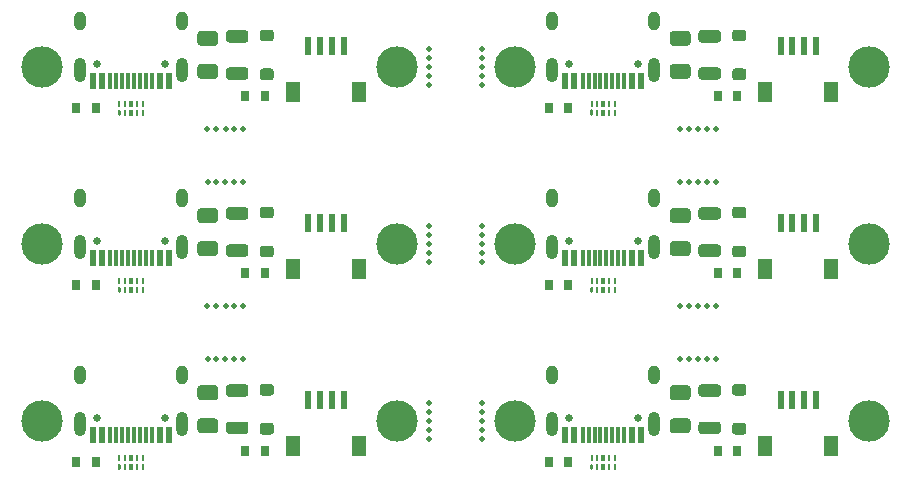
<source format=gbr>
%TF.GenerationSoftware,KiCad,Pcbnew,(5.1.11)-1*%
%TF.CreationDate,2022-09-07T06:47:23+07:00*%
%TF.ProjectId,Eclipse Voyager - Copy,45636c69-7073-4652-9056-6f7961676572,rev?*%
%TF.SameCoordinates,Original*%
%TF.FileFunction,Soldermask,Top*%
%TF.FilePolarity,Negative*%
%FSLAX46Y46*%
G04 Gerber Fmt 4.6, Leading zero omitted, Abs format (unit mm)*
G04 Created by KiCad (PCBNEW (5.1.11)-1) date 2022-09-07 06:47:23*
%MOMM*%
%LPD*%
G01*
G04 APERTURE LIST*
%ADD10R,0.600000X1.450000*%
%ADD11R,0.300000X1.450000*%
%ADD12C,0.650000*%
%ADD13O,1.000000X2.100000*%
%ADD14O,1.000000X1.600000*%
%ADD15C,0.500000*%
%ADD16C,3.500000*%
%ADD17C,2.600000*%
%ADD18R,1.200000X1.800000*%
%ADD19R,0.600000X1.550000*%
%ADD20R,0.800000X0.950000*%
%ADD21R,0.300000X0.550000*%
%ADD22R,0.250000X0.550000*%
G04 APERTURE END LIST*
D10*
%TO.C,USB1*%
X168775000Y-32695000D03*
X175225000Y-32695000D03*
X169550000Y-32695000D03*
X174450000Y-32695000D03*
D11*
X173750000Y-32695000D03*
X170250000Y-32695000D03*
X173250000Y-32695000D03*
X170750000Y-32695000D03*
X172750000Y-32695000D03*
X171250000Y-32695000D03*
X171750000Y-32695000D03*
X172250000Y-32695000D03*
D12*
X169110000Y-31250000D03*
X174890000Y-31250000D03*
D13*
X176320000Y-31780000D03*
X167680000Y-31780000D03*
D14*
X176320000Y-27600000D03*
X167680000Y-27600000D03*
%TD*%
D15*
%TO.C,mouse-bite-3mm-slot*%
X179238000Y-41250000D03*
X178488000Y-41250000D03*
X179988000Y-41250000D03*
X180762000Y-41250000D03*
X181524000Y-41250000D03*
%TD*%
%TO.C,mouse-bite-3mm-slot*%
X180762000Y-51750000D03*
X181512000Y-51750000D03*
X180012000Y-51750000D03*
X179238000Y-51750000D03*
X178476000Y-51750000D03*
%TD*%
%TO.C,mouse-bite-3mm-slot*%
X140762000Y-51750000D03*
X141512000Y-51750000D03*
X140012000Y-51750000D03*
X139238000Y-51750000D03*
X138476000Y-51750000D03*
%TD*%
%TO.C,mouse-bite-3mm-slot*%
X180762000Y-36750000D03*
X181512000Y-36750000D03*
X180012000Y-36750000D03*
X179238000Y-36750000D03*
X178476000Y-36750000D03*
%TD*%
%TO.C,mouse-bite-3mm-slot*%
X179238000Y-56250000D03*
X178488000Y-56250000D03*
X179988000Y-56250000D03*
X180762000Y-56250000D03*
X181524000Y-56250000D03*
%TD*%
%TO.C,mouse-bite-3mm-slot*%
X139238000Y-56250000D03*
X138488000Y-56250000D03*
X139988000Y-56250000D03*
X140762000Y-56250000D03*
X141524000Y-56250000D03*
%TD*%
%TO.C,mouse-bite-3mm-slot*%
X179238000Y-41250000D03*
X178488000Y-41250000D03*
X179988000Y-41250000D03*
X180762000Y-41250000D03*
X181524000Y-41250000D03*
%TD*%
%TO.C,mouse-bite-3mm-slot*%
X139238000Y-41250000D03*
X138488000Y-41250000D03*
X139988000Y-41250000D03*
X140762000Y-41250000D03*
X141524000Y-41250000D03*
%TD*%
%TO.C,mouse-bite-3mm-slot*%
X140762000Y-36750000D03*
X141512000Y-36750000D03*
X140012000Y-36750000D03*
X139238000Y-36750000D03*
X138476000Y-36750000D03*
%TD*%
%TO.C,mouse-bite-3mm-slot*%
X157250000Y-60738000D03*
X157250000Y-59988000D03*
X157250000Y-61488000D03*
X157250000Y-62262000D03*
X157250000Y-63024000D03*
%TD*%
%TO.C,mouse-bite-3mm-slot*%
X157250000Y-45738000D03*
X157250000Y-44988000D03*
X157250000Y-46488000D03*
X157250000Y-47262000D03*
X157250000Y-48024000D03*
%TD*%
%TO.C,mouse-bite-3mm-slot*%
X161750000Y-62262000D03*
X161750000Y-63012000D03*
X161750000Y-61512000D03*
X161750000Y-60738000D03*
X161750000Y-59976000D03*
%TD*%
%TO.C,mouse-bite-3mm-slot*%
X161750000Y-47262000D03*
X161750000Y-48012000D03*
X161750000Y-46512000D03*
X161750000Y-45738000D03*
X161750000Y-44976000D03*
%TD*%
%TO.C,mouse-bite-3mm-slot*%
X161750000Y-32262000D03*
X161750000Y-33012000D03*
X161750000Y-31512000D03*
X161750000Y-30738000D03*
X161750000Y-29976000D03*
%TD*%
%TO.C,mouse-bite-3mm-slot*%
X157250000Y-30738000D03*
X157250000Y-29988000D03*
X157250000Y-31488000D03*
X157250000Y-32262000D03*
X157250000Y-33024000D03*
%TD*%
D16*
%TO.C,H1*%
X194500000Y-61500000D03*
%TD*%
%TO.C,H1*%
X154500000Y-61500000D03*
%TD*%
%TO.C,H1*%
X194500000Y-46500000D03*
%TD*%
%TO.C,H1*%
X154500000Y-46500000D03*
%TD*%
%TO.C,H1*%
X194500000Y-31500000D03*
%TD*%
%TO.C,H2*%
X164500000Y-61500000D03*
D17*
X164500000Y-61500000D03*
%TD*%
D16*
%TO.C,H2*%
X124500000Y-61500000D03*
D17*
X124500000Y-61500000D03*
%TD*%
D16*
%TO.C,H2*%
X164500000Y-46500000D03*
D17*
X164500000Y-46500000D03*
%TD*%
D16*
%TO.C,H2*%
X124500000Y-46500000D03*
D17*
X124500000Y-46500000D03*
%TD*%
D16*
%TO.C,H2*%
X164500000Y-31500000D03*
D17*
X164500000Y-31500000D03*
%TD*%
D18*
%TO.C,J1*%
X191300000Y-63600000D03*
X185700000Y-63600000D03*
D19*
X187000000Y-59725000D03*
X188000000Y-59725000D03*
X190000000Y-59725000D03*
X189000000Y-59725000D03*
%TD*%
D18*
%TO.C,J1*%
X151300000Y-63600000D03*
X145700000Y-63600000D03*
D19*
X147000000Y-59725000D03*
X148000000Y-59725000D03*
X150000000Y-59725000D03*
X149000000Y-59725000D03*
%TD*%
D18*
%TO.C,J1*%
X191300000Y-48600000D03*
X185700000Y-48600000D03*
D19*
X187000000Y-44725000D03*
X188000000Y-44725000D03*
X190000000Y-44725000D03*
X189000000Y-44725000D03*
%TD*%
D18*
%TO.C,J1*%
X151300000Y-48600000D03*
X145700000Y-48600000D03*
D19*
X147000000Y-44725000D03*
X148000000Y-44725000D03*
X150000000Y-44725000D03*
X149000000Y-44725000D03*
%TD*%
D18*
%TO.C,J1*%
X191300000Y-33600000D03*
X185700000Y-33600000D03*
D19*
X187000000Y-29725000D03*
X188000000Y-29725000D03*
X190000000Y-29725000D03*
X189000000Y-29725000D03*
%TD*%
%TO.C,L1*%
G36*
G01*
X181700001Y-59450000D02*
X180299999Y-59450000D01*
G75*
G02*
X180050000Y-59200001I0J249999D01*
G01*
X180050000Y-58649999D01*
G75*
G02*
X180299999Y-58400000I249999J0D01*
G01*
X181700001Y-58400000D01*
G75*
G02*
X181950000Y-58649999I0J-249999D01*
G01*
X181950000Y-59200001D01*
G75*
G02*
X181700001Y-59450000I-249999J0D01*
G01*
G37*
G36*
G01*
X181700001Y-62600000D02*
X180299999Y-62600000D01*
G75*
G02*
X180050000Y-62350001I0J249999D01*
G01*
X180050000Y-61799999D01*
G75*
G02*
X180299999Y-61550000I249999J0D01*
G01*
X181700001Y-61550000D01*
G75*
G02*
X181950000Y-61799999I0J-249999D01*
G01*
X181950000Y-62350001D01*
G75*
G02*
X181700001Y-62600000I-249999J0D01*
G01*
G37*
%TD*%
%TO.C,L1*%
G36*
G01*
X141700001Y-59450000D02*
X140299999Y-59450000D01*
G75*
G02*
X140050000Y-59200001I0J249999D01*
G01*
X140050000Y-58649999D01*
G75*
G02*
X140299999Y-58400000I249999J0D01*
G01*
X141700001Y-58400000D01*
G75*
G02*
X141950000Y-58649999I0J-249999D01*
G01*
X141950000Y-59200001D01*
G75*
G02*
X141700001Y-59450000I-249999J0D01*
G01*
G37*
G36*
G01*
X141700001Y-62600000D02*
X140299999Y-62600000D01*
G75*
G02*
X140050000Y-62350001I0J249999D01*
G01*
X140050000Y-61799999D01*
G75*
G02*
X140299999Y-61550000I249999J0D01*
G01*
X141700001Y-61550000D01*
G75*
G02*
X141950000Y-61799999I0J-249999D01*
G01*
X141950000Y-62350001D01*
G75*
G02*
X141700001Y-62600000I-249999J0D01*
G01*
G37*
%TD*%
%TO.C,L1*%
G36*
G01*
X181700001Y-44450000D02*
X180299999Y-44450000D01*
G75*
G02*
X180050000Y-44200001I0J249999D01*
G01*
X180050000Y-43649999D01*
G75*
G02*
X180299999Y-43400000I249999J0D01*
G01*
X181700001Y-43400000D01*
G75*
G02*
X181950000Y-43649999I0J-249999D01*
G01*
X181950000Y-44200001D01*
G75*
G02*
X181700001Y-44450000I-249999J0D01*
G01*
G37*
G36*
G01*
X181700001Y-47600000D02*
X180299999Y-47600000D01*
G75*
G02*
X180050000Y-47350001I0J249999D01*
G01*
X180050000Y-46799999D01*
G75*
G02*
X180299999Y-46550000I249999J0D01*
G01*
X181700001Y-46550000D01*
G75*
G02*
X181950000Y-46799999I0J-249999D01*
G01*
X181950000Y-47350001D01*
G75*
G02*
X181700001Y-47600000I-249999J0D01*
G01*
G37*
%TD*%
%TO.C,L1*%
G36*
G01*
X141700001Y-44450000D02*
X140299999Y-44450000D01*
G75*
G02*
X140050000Y-44200001I0J249999D01*
G01*
X140050000Y-43649999D01*
G75*
G02*
X140299999Y-43400000I249999J0D01*
G01*
X141700001Y-43400000D01*
G75*
G02*
X141950000Y-43649999I0J-249999D01*
G01*
X141950000Y-44200001D01*
G75*
G02*
X141700001Y-44450000I-249999J0D01*
G01*
G37*
G36*
G01*
X141700001Y-47600000D02*
X140299999Y-47600000D01*
G75*
G02*
X140050000Y-47350001I0J249999D01*
G01*
X140050000Y-46799999D01*
G75*
G02*
X140299999Y-46550000I249999J0D01*
G01*
X141700001Y-46550000D01*
G75*
G02*
X141950000Y-46799999I0J-249999D01*
G01*
X141950000Y-47350001D01*
G75*
G02*
X141700001Y-47600000I-249999J0D01*
G01*
G37*
%TD*%
%TO.C,L1*%
G36*
G01*
X181700001Y-29450000D02*
X180299999Y-29450000D01*
G75*
G02*
X180050000Y-29200001I0J249999D01*
G01*
X180050000Y-28649999D01*
G75*
G02*
X180299999Y-28400000I249999J0D01*
G01*
X181700001Y-28400000D01*
G75*
G02*
X181950000Y-28649999I0J-249999D01*
G01*
X181950000Y-29200001D01*
G75*
G02*
X181700001Y-29450000I-249999J0D01*
G01*
G37*
G36*
G01*
X181700001Y-32600000D02*
X180299999Y-32600000D01*
G75*
G02*
X180050000Y-32350001I0J249999D01*
G01*
X180050000Y-31799999D01*
G75*
G02*
X180299999Y-31550000I249999J0D01*
G01*
X181700001Y-31550000D01*
G75*
G02*
X181950000Y-31799999I0J-249999D01*
G01*
X181950000Y-32350001D01*
G75*
G02*
X181700001Y-32600000I-249999J0D01*
G01*
G37*
%TD*%
%TO.C,F1*%
G36*
G01*
X179125000Y-59725000D02*
X177875000Y-59725000D01*
G75*
G02*
X177625000Y-59475000I0J250000D01*
G01*
X177625000Y-58725000D01*
G75*
G02*
X177875000Y-58475000I250000J0D01*
G01*
X179125000Y-58475000D01*
G75*
G02*
X179375000Y-58725000I0J-250000D01*
G01*
X179375000Y-59475000D01*
G75*
G02*
X179125000Y-59725000I-250000J0D01*
G01*
G37*
G36*
G01*
X179125000Y-62525000D02*
X177875000Y-62525000D01*
G75*
G02*
X177625000Y-62275000I0J250000D01*
G01*
X177625000Y-61525000D01*
G75*
G02*
X177875000Y-61275000I250000J0D01*
G01*
X179125000Y-61275000D01*
G75*
G02*
X179375000Y-61525000I0J-250000D01*
G01*
X179375000Y-62275000D01*
G75*
G02*
X179125000Y-62525000I-250000J0D01*
G01*
G37*
%TD*%
%TO.C,F1*%
G36*
G01*
X139125000Y-59725000D02*
X137875000Y-59725000D01*
G75*
G02*
X137625000Y-59475000I0J250000D01*
G01*
X137625000Y-58725000D01*
G75*
G02*
X137875000Y-58475000I250000J0D01*
G01*
X139125000Y-58475000D01*
G75*
G02*
X139375000Y-58725000I0J-250000D01*
G01*
X139375000Y-59475000D01*
G75*
G02*
X139125000Y-59725000I-250000J0D01*
G01*
G37*
G36*
G01*
X139125000Y-62525000D02*
X137875000Y-62525000D01*
G75*
G02*
X137625000Y-62275000I0J250000D01*
G01*
X137625000Y-61525000D01*
G75*
G02*
X137875000Y-61275000I250000J0D01*
G01*
X139125000Y-61275000D01*
G75*
G02*
X139375000Y-61525000I0J-250000D01*
G01*
X139375000Y-62275000D01*
G75*
G02*
X139125000Y-62525000I-250000J0D01*
G01*
G37*
%TD*%
%TO.C,F1*%
G36*
G01*
X179125000Y-44725000D02*
X177875000Y-44725000D01*
G75*
G02*
X177625000Y-44475000I0J250000D01*
G01*
X177625000Y-43725000D01*
G75*
G02*
X177875000Y-43475000I250000J0D01*
G01*
X179125000Y-43475000D01*
G75*
G02*
X179375000Y-43725000I0J-250000D01*
G01*
X179375000Y-44475000D01*
G75*
G02*
X179125000Y-44725000I-250000J0D01*
G01*
G37*
G36*
G01*
X179125000Y-47525000D02*
X177875000Y-47525000D01*
G75*
G02*
X177625000Y-47275000I0J250000D01*
G01*
X177625000Y-46525000D01*
G75*
G02*
X177875000Y-46275000I250000J0D01*
G01*
X179125000Y-46275000D01*
G75*
G02*
X179375000Y-46525000I0J-250000D01*
G01*
X179375000Y-47275000D01*
G75*
G02*
X179125000Y-47525000I-250000J0D01*
G01*
G37*
%TD*%
%TO.C,F1*%
G36*
G01*
X139125000Y-44725000D02*
X137875000Y-44725000D01*
G75*
G02*
X137625000Y-44475000I0J250000D01*
G01*
X137625000Y-43725000D01*
G75*
G02*
X137875000Y-43475000I250000J0D01*
G01*
X139125000Y-43475000D01*
G75*
G02*
X139375000Y-43725000I0J-250000D01*
G01*
X139375000Y-44475000D01*
G75*
G02*
X139125000Y-44725000I-250000J0D01*
G01*
G37*
G36*
G01*
X139125000Y-47525000D02*
X137875000Y-47525000D01*
G75*
G02*
X137625000Y-47275000I0J250000D01*
G01*
X137625000Y-46525000D01*
G75*
G02*
X137875000Y-46275000I250000J0D01*
G01*
X139125000Y-46275000D01*
G75*
G02*
X139375000Y-46525000I0J-250000D01*
G01*
X139375000Y-47275000D01*
G75*
G02*
X139125000Y-47525000I-250000J0D01*
G01*
G37*
%TD*%
%TO.C,F1*%
G36*
G01*
X179125000Y-29725000D02*
X177875000Y-29725000D01*
G75*
G02*
X177625000Y-29475000I0J250000D01*
G01*
X177625000Y-28725000D01*
G75*
G02*
X177875000Y-28475000I250000J0D01*
G01*
X179125000Y-28475000D01*
G75*
G02*
X179375000Y-28725000I0J-250000D01*
G01*
X179375000Y-29475000D01*
G75*
G02*
X179125000Y-29725000I-250000J0D01*
G01*
G37*
G36*
G01*
X179125000Y-32525000D02*
X177875000Y-32525000D01*
G75*
G02*
X177625000Y-32275000I0J250000D01*
G01*
X177625000Y-31525000D01*
G75*
G02*
X177875000Y-31275000I250000J0D01*
G01*
X179125000Y-31275000D01*
G75*
G02*
X179375000Y-31525000I0J-250000D01*
G01*
X179375000Y-32275000D01*
G75*
G02*
X179125000Y-32525000I-250000J0D01*
G01*
G37*
%TD*%
D20*
%TO.C,R2*%
X169025000Y-65000000D03*
X167375000Y-65000000D03*
%TD*%
%TO.C,R2*%
X129025000Y-65000000D03*
X127375000Y-65000000D03*
%TD*%
%TO.C,R2*%
X169025000Y-50000000D03*
X167375000Y-50000000D03*
%TD*%
%TO.C,R2*%
X129025000Y-50000000D03*
X127375000Y-50000000D03*
%TD*%
%TO.C,R2*%
X169025000Y-35000000D03*
X167375000Y-35000000D03*
%TD*%
%TO.C,R1*%
X181675000Y-64000000D03*
X183325000Y-64000000D03*
%TD*%
%TO.C,R1*%
X141675000Y-64000000D03*
X143325000Y-64000000D03*
%TD*%
%TO.C,R1*%
X181675000Y-49000000D03*
X183325000Y-49000000D03*
%TD*%
%TO.C,R1*%
X141675000Y-49000000D03*
X143325000Y-49000000D03*
%TD*%
%TO.C,R1*%
X181675000Y-34000000D03*
X183325000Y-34000000D03*
%TD*%
%TO.C,D1*%
G36*
G01*
X183850000Y-59350000D02*
X183150000Y-59350000D01*
G75*
G02*
X182900000Y-59100000I0J250000D01*
G01*
X182900000Y-58600000D01*
G75*
G02*
X183150000Y-58350000I250000J0D01*
G01*
X183850000Y-58350000D01*
G75*
G02*
X184100000Y-58600000I0J-250000D01*
G01*
X184100000Y-59100000D01*
G75*
G02*
X183850000Y-59350000I-250000J0D01*
G01*
G37*
G36*
G01*
X183850000Y-62650000D02*
X183150000Y-62650000D01*
G75*
G02*
X182900000Y-62400000I0J250000D01*
G01*
X182900000Y-61900000D01*
G75*
G02*
X183150000Y-61650000I250000J0D01*
G01*
X183850000Y-61650000D01*
G75*
G02*
X184100000Y-61900000I0J-250000D01*
G01*
X184100000Y-62400000D01*
G75*
G02*
X183850000Y-62650000I-250000J0D01*
G01*
G37*
%TD*%
%TO.C,D1*%
G36*
G01*
X143850000Y-59350000D02*
X143150000Y-59350000D01*
G75*
G02*
X142900000Y-59100000I0J250000D01*
G01*
X142900000Y-58600000D01*
G75*
G02*
X143150000Y-58350000I250000J0D01*
G01*
X143850000Y-58350000D01*
G75*
G02*
X144100000Y-58600000I0J-250000D01*
G01*
X144100000Y-59100000D01*
G75*
G02*
X143850000Y-59350000I-250000J0D01*
G01*
G37*
G36*
G01*
X143850000Y-62650000D02*
X143150000Y-62650000D01*
G75*
G02*
X142900000Y-62400000I0J250000D01*
G01*
X142900000Y-61900000D01*
G75*
G02*
X143150000Y-61650000I250000J0D01*
G01*
X143850000Y-61650000D01*
G75*
G02*
X144100000Y-61900000I0J-250000D01*
G01*
X144100000Y-62400000D01*
G75*
G02*
X143850000Y-62650000I-250000J0D01*
G01*
G37*
%TD*%
%TO.C,D1*%
G36*
G01*
X183850000Y-44350000D02*
X183150000Y-44350000D01*
G75*
G02*
X182900000Y-44100000I0J250000D01*
G01*
X182900000Y-43600000D01*
G75*
G02*
X183150000Y-43350000I250000J0D01*
G01*
X183850000Y-43350000D01*
G75*
G02*
X184100000Y-43600000I0J-250000D01*
G01*
X184100000Y-44100000D01*
G75*
G02*
X183850000Y-44350000I-250000J0D01*
G01*
G37*
G36*
G01*
X183850000Y-47650000D02*
X183150000Y-47650000D01*
G75*
G02*
X182900000Y-47400000I0J250000D01*
G01*
X182900000Y-46900000D01*
G75*
G02*
X183150000Y-46650000I250000J0D01*
G01*
X183850000Y-46650000D01*
G75*
G02*
X184100000Y-46900000I0J-250000D01*
G01*
X184100000Y-47400000D01*
G75*
G02*
X183850000Y-47650000I-250000J0D01*
G01*
G37*
%TD*%
%TO.C,D1*%
G36*
G01*
X143850000Y-44350000D02*
X143150000Y-44350000D01*
G75*
G02*
X142900000Y-44100000I0J250000D01*
G01*
X142900000Y-43600000D01*
G75*
G02*
X143150000Y-43350000I250000J0D01*
G01*
X143850000Y-43350000D01*
G75*
G02*
X144100000Y-43600000I0J-250000D01*
G01*
X144100000Y-44100000D01*
G75*
G02*
X143850000Y-44350000I-250000J0D01*
G01*
G37*
G36*
G01*
X143850000Y-47650000D02*
X143150000Y-47650000D01*
G75*
G02*
X142900000Y-47400000I0J250000D01*
G01*
X142900000Y-46900000D01*
G75*
G02*
X143150000Y-46650000I250000J0D01*
G01*
X143850000Y-46650000D01*
G75*
G02*
X144100000Y-46900000I0J-250000D01*
G01*
X144100000Y-47400000D01*
G75*
G02*
X143850000Y-47650000I-250000J0D01*
G01*
G37*
%TD*%
%TO.C,D1*%
G36*
G01*
X183850000Y-29350000D02*
X183150000Y-29350000D01*
G75*
G02*
X182900000Y-29100000I0J250000D01*
G01*
X182900000Y-28600000D01*
G75*
G02*
X183150000Y-28350000I250000J0D01*
G01*
X183850000Y-28350000D01*
G75*
G02*
X184100000Y-28600000I0J-250000D01*
G01*
X184100000Y-29100000D01*
G75*
G02*
X183850000Y-29350000I-250000J0D01*
G01*
G37*
G36*
G01*
X183850000Y-32650000D02*
X183150000Y-32650000D01*
G75*
G02*
X182900000Y-32400000I0J250000D01*
G01*
X182900000Y-31900000D01*
G75*
G02*
X183150000Y-31650000I250000J0D01*
G01*
X183850000Y-31650000D01*
G75*
G02*
X184100000Y-31900000I0J-250000D01*
G01*
X184100000Y-32400000D01*
G75*
G02*
X183850000Y-32650000I-250000J0D01*
G01*
G37*
%TD*%
D21*
%TO.C,U1*%
X172000000Y-64615000D03*
D22*
X171000000Y-64615000D03*
X172500000Y-64615000D03*
X173000000Y-64615000D03*
X171500000Y-64615000D03*
X173000000Y-65385000D03*
X172500000Y-65385000D03*
D21*
X172000000Y-65385000D03*
D22*
X171500000Y-65385000D03*
G36*
G01*
X170875000Y-65535000D02*
X170875000Y-65235000D01*
G75*
G02*
X171000000Y-65110000I125000J0D01*
G01*
X171000000Y-65110000D01*
G75*
G02*
X171125000Y-65235000I0J-125000D01*
G01*
X171125000Y-65535000D01*
G75*
G02*
X171000000Y-65660000I-125000J0D01*
G01*
X171000000Y-65660000D01*
G75*
G02*
X170875000Y-65535000I0J125000D01*
G01*
G37*
%TD*%
D21*
%TO.C,U1*%
X132000000Y-64615000D03*
D22*
X131000000Y-64615000D03*
X132500000Y-64615000D03*
X133000000Y-64615000D03*
X131500000Y-64615000D03*
X133000000Y-65385000D03*
X132500000Y-65385000D03*
D21*
X132000000Y-65385000D03*
D22*
X131500000Y-65385000D03*
G36*
G01*
X130875000Y-65535000D02*
X130875000Y-65235000D01*
G75*
G02*
X131000000Y-65110000I125000J0D01*
G01*
X131000000Y-65110000D01*
G75*
G02*
X131125000Y-65235000I0J-125000D01*
G01*
X131125000Y-65535000D01*
G75*
G02*
X131000000Y-65660000I-125000J0D01*
G01*
X131000000Y-65660000D01*
G75*
G02*
X130875000Y-65535000I0J125000D01*
G01*
G37*
%TD*%
D21*
%TO.C,U1*%
X172000000Y-49615000D03*
D22*
X171000000Y-49615000D03*
X172500000Y-49615000D03*
X173000000Y-49615000D03*
X171500000Y-49615000D03*
X173000000Y-50385000D03*
X172500000Y-50385000D03*
D21*
X172000000Y-50385000D03*
D22*
X171500000Y-50385000D03*
G36*
G01*
X170875000Y-50535000D02*
X170875000Y-50235000D01*
G75*
G02*
X171000000Y-50110000I125000J0D01*
G01*
X171000000Y-50110000D01*
G75*
G02*
X171125000Y-50235000I0J-125000D01*
G01*
X171125000Y-50535000D01*
G75*
G02*
X171000000Y-50660000I-125000J0D01*
G01*
X171000000Y-50660000D01*
G75*
G02*
X170875000Y-50535000I0J125000D01*
G01*
G37*
%TD*%
D21*
%TO.C,U1*%
X132000000Y-49615000D03*
D22*
X131000000Y-49615000D03*
X132500000Y-49615000D03*
X133000000Y-49615000D03*
X131500000Y-49615000D03*
X133000000Y-50385000D03*
X132500000Y-50385000D03*
D21*
X132000000Y-50385000D03*
D22*
X131500000Y-50385000D03*
G36*
G01*
X130875000Y-50535000D02*
X130875000Y-50235000D01*
G75*
G02*
X131000000Y-50110000I125000J0D01*
G01*
X131000000Y-50110000D01*
G75*
G02*
X131125000Y-50235000I0J-125000D01*
G01*
X131125000Y-50535000D01*
G75*
G02*
X131000000Y-50660000I-125000J0D01*
G01*
X131000000Y-50660000D01*
G75*
G02*
X130875000Y-50535000I0J125000D01*
G01*
G37*
%TD*%
D21*
%TO.C,U1*%
X172000000Y-34615000D03*
D22*
X171000000Y-34615000D03*
X172500000Y-34615000D03*
X173000000Y-34615000D03*
X171500000Y-34615000D03*
X173000000Y-35385000D03*
X172500000Y-35385000D03*
D21*
X172000000Y-35385000D03*
D22*
X171500000Y-35385000D03*
G36*
G01*
X170875000Y-35535000D02*
X170875000Y-35235000D01*
G75*
G02*
X171000000Y-35110000I125000J0D01*
G01*
X171000000Y-35110000D01*
G75*
G02*
X171125000Y-35235000I0J-125000D01*
G01*
X171125000Y-35535000D01*
G75*
G02*
X171000000Y-35660000I-125000J0D01*
G01*
X171000000Y-35660000D01*
G75*
G02*
X170875000Y-35535000I0J125000D01*
G01*
G37*
%TD*%
D10*
%TO.C,USB1*%
X168775000Y-62695000D03*
X175225000Y-62695000D03*
X169550000Y-62695000D03*
X174450000Y-62695000D03*
D11*
X173750000Y-62695000D03*
X170250000Y-62695000D03*
X173250000Y-62695000D03*
X170750000Y-62695000D03*
X172750000Y-62695000D03*
X171250000Y-62695000D03*
X171750000Y-62695000D03*
X172250000Y-62695000D03*
D12*
X169110000Y-61250000D03*
X174890000Y-61250000D03*
D13*
X176320000Y-61780000D03*
X167680000Y-61780000D03*
D14*
X176320000Y-57600000D03*
X167680000Y-57600000D03*
%TD*%
D10*
%TO.C,USB1*%
X128775000Y-62695000D03*
X135225000Y-62695000D03*
X129550000Y-62695000D03*
X134450000Y-62695000D03*
D11*
X133750000Y-62695000D03*
X130250000Y-62695000D03*
X133250000Y-62695000D03*
X130750000Y-62695000D03*
X132750000Y-62695000D03*
X131250000Y-62695000D03*
X131750000Y-62695000D03*
X132250000Y-62695000D03*
D12*
X129110000Y-61250000D03*
X134890000Y-61250000D03*
D13*
X136320000Y-61780000D03*
X127680000Y-61780000D03*
D14*
X136320000Y-57600000D03*
X127680000Y-57600000D03*
%TD*%
D10*
%TO.C,USB1*%
X168775000Y-47695000D03*
X175225000Y-47695000D03*
X169550000Y-47695000D03*
X174450000Y-47695000D03*
D11*
X173750000Y-47695000D03*
X170250000Y-47695000D03*
X173250000Y-47695000D03*
X170750000Y-47695000D03*
X172750000Y-47695000D03*
X171250000Y-47695000D03*
X171750000Y-47695000D03*
X172250000Y-47695000D03*
D12*
X169110000Y-46250000D03*
X174890000Y-46250000D03*
D13*
X176320000Y-46780000D03*
X167680000Y-46780000D03*
D14*
X176320000Y-42600000D03*
X167680000Y-42600000D03*
%TD*%
D10*
%TO.C,USB1*%
X128775000Y-47695000D03*
X135225000Y-47695000D03*
X129550000Y-47695000D03*
X134450000Y-47695000D03*
D11*
X133750000Y-47695000D03*
X130250000Y-47695000D03*
X133250000Y-47695000D03*
X130750000Y-47695000D03*
X132750000Y-47695000D03*
X131250000Y-47695000D03*
X131750000Y-47695000D03*
X132250000Y-47695000D03*
D12*
X129110000Y-46250000D03*
X134890000Y-46250000D03*
D13*
X136320000Y-46780000D03*
X127680000Y-46780000D03*
D14*
X136320000Y-42600000D03*
X127680000Y-42600000D03*
%TD*%
%TO.C,F1*%
G36*
G01*
X139125000Y-29725000D02*
X137875000Y-29725000D01*
G75*
G02*
X137625000Y-29475000I0J250000D01*
G01*
X137625000Y-28725000D01*
G75*
G02*
X137875000Y-28475000I250000J0D01*
G01*
X139125000Y-28475000D01*
G75*
G02*
X139375000Y-28725000I0J-250000D01*
G01*
X139375000Y-29475000D01*
G75*
G02*
X139125000Y-29725000I-250000J0D01*
G01*
G37*
G36*
G01*
X139125000Y-32525000D02*
X137875000Y-32525000D01*
G75*
G02*
X137625000Y-32275000I0J250000D01*
G01*
X137625000Y-31525000D01*
G75*
G02*
X137875000Y-31275000I250000J0D01*
G01*
X139125000Y-31275000D01*
G75*
G02*
X139375000Y-31525000I0J-250000D01*
G01*
X139375000Y-32275000D01*
G75*
G02*
X139125000Y-32525000I-250000J0D01*
G01*
G37*
%TD*%
D16*
%TO.C,H2*%
X124500000Y-31500000D03*
D17*
X124500000Y-31500000D03*
%TD*%
D16*
%TO.C,H1*%
X154500000Y-31500000D03*
%TD*%
D21*
%TO.C,U1*%
X132000000Y-34615000D03*
D22*
X131000000Y-34615000D03*
X132500000Y-34615000D03*
X133000000Y-34615000D03*
X131500000Y-34615000D03*
X133000000Y-35385000D03*
X132500000Y-35385000D03*
D21*
X132000000Y-35385000D03*
D22*
X131500000Y-35385000D03*
G36*
G01*
X130875000Y-35535000D02*
X130875000Y-35235000D01*
G75*
G02*
X131000000Y-35110000I125000J0D01*
G01*
X131000000Y-35110000D01*
G75*
G02*
X131125000Y-35235000I0J-125000D01*
G01*
X131125000Y-35535000D01*
G75*
G02*
X131000000Y-35660000I-125000J0D01*
G01*
X131000000Y-35660000D01*
G75*
G02*
X130875000Y-35535000I0J125000D01*
G01*
G37*
%TD*%
D20*
%TO.C,R2*%
X129025000Y-35000000D03*
X127375000Y-35000000D03*
%TD*%
%TO.C,R1*%
X141675000Y-34000000D03*
X143325000Y-34000000D03*
%TD*%
%TO.C,L1*%
G36*
G01*
X141700001Y-29450000D02*
X140299999Y-29450000D01*
G75*
G02*
X140050000Y-29200001I0J249999D01*
G01*
X140050000Y-28649999D01*
G75*
G02*
X140299999Y-28400000I249999J0D01*
G01*
X141700001Y-28400000D01*
G75*
G02*
X141950000Y-28649999I0J-249999D01*
G01*
X141950000Y-29200001D01*
G75*
G02*
X141700001Y-29450000I-249999J0D01*
G01*
G37*
G36*
G01*
X141700001Y-32600000D02*
X140299999Y-32600000D01*
G75*
G02*
X140050000Y-32350001I0J249999D01*
G01*
X140050000Y-31799999D01*
G75*
G02*
X140299999Y-31550000I249999J0D01*
G01*
X141700001Y-31550000D01*
G75*
G02*
X141950000Y-31799999I0J-249999D01*
G01*
X141950000Y-32350001D01*
G75*
G02*
X141700001Y-32600000I-249999J0D01*
G01*
G37*
%TD*%
%TO.C,D1*%
G36*
G01*
X143850000Y-29350000D02*
X143150000Y-29350000D01*
G75*
G02*
X142900000Y-29100000I0J250000D01*
G01*
X142900000Y-28600000D01*
G75*
G02*
X143150000Y-28350000I250000J0D01*
G01*
X143850000Y-28350000D01*
G75*
G02*
X144100000Y-28600000I0J-250000D01*
G01*
X144100000Y-29100000D01*
G75*
G02*
X143850000Y-29350000I-250000J0D01*
G01*
G37*
G36*
G01*
X143850000Y-32650000D02*
X143150000Y-32650000D01*
G75*
G02*
X142900000Y-32400000I0J250000D01*
G01*
X142900000Y-31900000D01*
G75*
G02*
X143150000Y-31650000I250000J0D01*
G01*
X143850000Y-31650000D01*
G75*
G02*
X144100000Y-31900000I0J-250000D01*
G01*
X144100000Y-32400000D01*
G75*
G02*
X143850000Y-32650000I-250000J0D01*
G01*
G37*
%TD*%
D18*
%TO.C,J1*%
X151300000Y-33600000D03*
X145700000Y-33600000D03*
D19*
X147000000Y-29725000D03*
X148000000Y-29725000D03*
X150000000Y-29725000D03*
X149000000Y-29725000D03*
%TD*%
D10*
%TO.C,USB1*%
X128775000Y-32695000D03*
X135225000Y-32695000D03*
X129550000Y-32695000D03*
X134450000Y-32695000D03*
D11*
X133750000Y-32695000D03*
X130250000Y-32695000D03*
X133250000Y-32695000D03*
X130750000Y-32695000D03*
X132750000Y-32695000D03*
X131250000Y-32695000D03*
X131750000Y-32695000D03*
X132250000Y-32695000D03*
D12*
X129110000Y-31250000D03*
X134890000Y-31250000D03*
D13*
X136320000Y-31780000D03*
X127680000Y-31780000D03*
D14*
X136320000Y-27600000D03*
X127680000Y-27600000D03*
%TD*%
M02*

</source>
